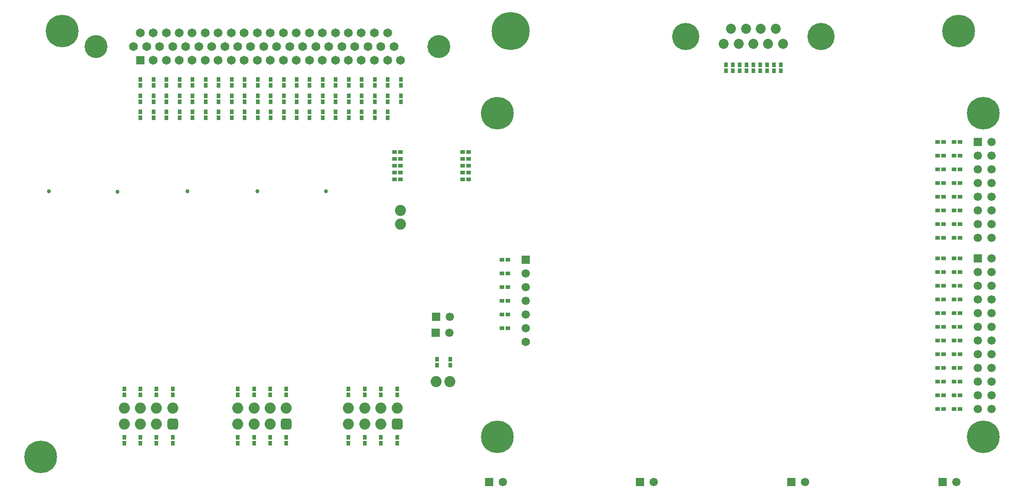
<source format=gbs>
%FSLAX25Y25*%
%MOIN*%
G70*
G01*
G75*
G04 Layer_Color=16711935*
%ADD10R,0.02756X0.03150*%
%ADD11R,0.11000X0.02900*%
%ADD12O,0.08661X0.02362*%
%ADD13R,0.03150X0.02756*%
%ADD14R,0.05906X0.02362*%
%ADD15R,0.05118X0.03150*%
%ADD16R,0.12598X0.07874*%
%ADD17O,0.06890X0.01181*%
%ADD18C,0.01181*%
%ADD19C,0.01000*%
%ADD20C,0.01800*%
%ADD21C,0.02000*%
%ADD22C,0.03000*%
%ADD23C,0.07874*%
G04:AMPARAMS|DCode=24|XSize=78.74mil|YSize=78.74mil|CornerRadius=19.69mil|HoleSize=0mil|Usage=FLASHONLY|Rotation=0.000|XOffset=0mil|YOffset=0mil|HoleType=Round|Shape=RoundedRectangle|*
%AMROUNDEDRECTD24*
21,1,0.07874,0.03937,0,0,0.0*
21,1,0.03937,0.07874,0,0,0.0*
1,1,0.03937,0.01969,-0.01969*
1,1,0.03937,-0.01969,-0.01969*
1,1,0.03937,-0.01969,0.01969*
1,1,0.03937,0.01969,0.01969*
%
%ADD24ROUNDEDRECTD24*%
%ADD25C,0.23622*%
%ADD26C,0.05906*%
%ADD27R,0.05906X0.05906*%
%ADD28R,0.05906X0.05906*%
%ADD29C,0.27559*%
%ADD30C,0.06299*%
%ADD31R,0.06299X0.06299*%
%ADD32C,0.16535*%
%ADD33C,0.19685*%
%ADD34C,0.07087*%
%ADD35C,0.06000*%
%ADD36C,0.02756*%
%ADD37C,0.02362*%
%ADD38C,0.03937*%
%ADD39C,0.01969*%
%ADD40C,0.04000*%
%ADD41C,0.04000*%
%ADD42C,0.00787*%
%ADD43C,0.07937*%
%ADD44C,0.15811*%
%ADD45C,0.08331*%
%ADD46C,0.16598*%
%ADD47C,0.07543*%
G04:AMPARAMS|DCode=48|XSize=95.433mil|YSize=95.433mil|CornerRadius=0mil|HoleSize=0mil|Usage=FLASHONLY|Rotation=0.000|XOffset=0mil|YOffset=0mil|HoleType=Round|Shape=Relief|Width=10mil|Gap=10mil|Entries=4|*
%AMTHD48*
7,0,0,0.09543,0.07543,0.01000,45*
%
%ADD48THD48*%
%ADD49C,0.16205*%
%ADD50C,0.17779*%
%ADD51C,0.08685*%
%ADD52C,0.16520*%
%ADD53C,0.07000*%
%ADD54C,0.05181*%
G04:AMPARAMS|DCode=55|XSize=71.811mil|YSize=71.811mil|CornerRadius=0mil|HoleSize=0mil|Usage=FLASHONLY|Rotation=0.000|XOffset=0mil|YOffset=0mil|HoleType=Round|Shape=Relief|Width=10mil|Gap=10mil|Entries=4|*
%AMTHD55*
7,0,0,0.07181,0.05181,0.01000,45*
%
%ADD55THD55*%
%ADD56C,0.05969*%
G04:AMPARAMS|DCode=57|XSize=79.685mil|YSize=79.685mil|CornerRadius=0mil|HoleSize=0mil|Usage=FLASHONLY|Rotation=0.000|XOffset=0mil|YOffset=0mil|HoleType=Round|Shape=Relief|Width=10mil|Gap=10mil|Entries=4|*
%AMTHD57*
7,0,0,0.07969,0.05969,0.01000,45*
%
%ADD57THD57*%
%ADD58C,0.01772*%
%ADD59C,0.00984*%
%ADD60C,0.02362*%
%ADD61C,0.01575*%
%ADD62C,0.00394*%
%ADD63C,0.00750*%
%ADD64C,0.00500*%
%ADD65R,0.05800X0.12500*%
%ADD66R,0.02956X0.03350*%
%ADD67R,0.11200X0.03100*%
%ADD68O,0.08861X0.02562*%
%ADD69R,0.03350X0.02956*%
%ADD70R,0.06106X0.02562*%
%ADD71R,0.05318X0.03350*%
%ADD72R,0.12798X0.08074*%
%ADD73O,0.07090X0.01381*%
%ADD74C,0.08074*%
G04:AMPARAMS|DCode=75|XSize=80.74mil|YSize=80.74mil|CornerRadius=20.69mil|HoleSize=0mil|Usage=FLASHONLY|Rotation=0.000|XOffset=0mil|YOffset=0mil|HoleType=Round|Shape=RoundedRectangle|*
%AMROUNDEDRECTD75*
21,1,0.08074,0.03937,0,0,0.0*
21,1,0.03937,0.08074,0,0,0.0*
1,1,0.04137,0.01969,-0.01969*
1,1,0.04137,-0.01969,-0.01969*
1,1,0.04137,-0.01969,0.01969*
1,1,0.04137,0.01969,0.01969*
%
%ADD75ROUNDEDRECTD75*%
%ADD76C,0.00200*%
%ADD77C,0.23822*%
%ADD78C,0.06106*%
%ADD79R,0.06106X0.06106*%
%ADD80R,0.06106X0.06106*%
%ADD81C,0.27759*%
%ADD82C,0.06499*%
%ADD83R,0.06499X0.06499*%
%ADD84C,0.16735*%
%ADD85C,0.19885*%
%ADD86C,0.07287*%
%ADD87C,0.06200*%
%ADD88C,0.02562*%
%ADD89R,0.00394X0.03543*%
%ADD90R,0.03543X0.00394*%
%ADD91C,0.02956*%
D66*
X298511Y71177D02*
D03*
Y66847D02*
D03*
X289062Y71177D02*
D03*
Y66847D02*
D03*
X224410Y49642D02*
D03*
Y45311D02*
D03*
Y9878D02*
D03*
Y14209D02*
D03*
X236221Y49642D02*
D03*
Y45311D02*
D03*
Y9878D02*
D03*
Y14209D02*
D03*
X248031Y49642D02*
D03*
Y45311D02*
D03*
Y9878D02*
D03*
Y14209D02*
D03*
X259842Y49642D02*
D03*
Y45311D02*
D03*
Y9878D02*
D03*
Y14209D02*
D03*
X143701Y49642D02*
D03*
Y45311D02*
D03*
Y9878D02*
D03*
Y14209D02*
D03*
X155512Y49642D02*
D03*
Y45311D02*
D03*
Y9878D02*
D03*
Y14209D02*
D03*
X167323Y49642D02*
D03*
Y45311D02*
D03*
Y9878D02*
D03*
Y14209D02*
D03*
X179134Y49642D02*
D03*
Y45311D02*
D03*
Y9878D02*
D03*
Y14209D02*
D03*
X60827Y49642D02*
D03*
Y45311D02*
D03*
Y9878D02*
D03*
Y14209D02*
D03*
X72638Y49642D02*
D03*
Y45311D02*
D03*
Y9878D02*
D03*
Y14209D02*
D03*
X84449Y49642D02*
D03*
Y45311D02*
D03*
Y9878D02*
D03*
Y14209D02*
D03*
X96260Y49642D02*
D03*
Y45311D02*
D03*
Y9878D02*
D03*
Y14209D02*
D03*
X72775Y263681D02*
D03*
Y259350D02*
D03*
Y275492D02*
D03*
Y271161D02*
D03*
X82263Y263681D02*
D03*
Y259350D02*
D03*
Y275492D02*
D03*
Y271161D02*
D03*
X91751Y263681D02*
D03*
Y259350D02*
D03*
Y275492D02*
D03*
Y271161D02*
D03*
X101239Y263681D02*
D03*
Y259350D02*
D03*
Y275492D02*
D03*
Y271161D02*
D03*
X110728Y263681D02*
D03*
Y259350D02*
D03*
Y275492D02*
D03*
Y271161D02*
D03*
X120216Y263681D02*
D03*
Y259350D02*
D03*
Y275492D02*
D03*
Y271161D02*
D03*
X129704Y263681D02*
D03*
Y259350D02*
D03*
Y275492D02*
D03*
Y271161D02*
D03*
X139192Y263681D02*
D03*
Y259350D02*
D03*
Y275492D02*
D03*
Y271161D02*
D03*
X148680Y263681D02*
D03*
Y259350D02*
D03*
Y275492D02*
D03*
Y271161D02*
D03*
X158168Y263681D02*
D03*
Y259350D02*
D03*
Y275492D02*
D03*
Y271161D02*
D03*
X167657Y263681D02*
D03*
Y259350D02*
D03*
Y275492D02*
D03*
Y271161D02*
D03*
X177145Y263681D02*
D03*
Y259350D02*
D03*
Y275492D02*
D03*
Y271161D02*
D03*
X186633Y263681D02*
D03*
Y259350D02*
D03*
Y275492D02*
D03*
Y271161D02*
D03*
X196121Y263681D02*
D03*
Y259350D02*
D03*
Y275492D02*
D03*
Y271161D02*
D03*
X205609Y263681D02*
D03*
Y259350D02*
D03*
Y275492D02*
D03*
Y271161D02*
D03*
X215098Y263681D02*
D03*
Y259350D02*
D03*
Y275492D02*
D03*
Y271161D02*
D03*
X224586Y263681D02*
D03*
Y259350D02*
D03*
Y275492D02*
D03*
Y271161D02*
D03*
X234074Y263681D02*
D03*
Y259350D02*
D03*
Y275492D02*
D03*
Y271161D02*
D03*
X243562Y263681D02*
D03*
Y259350D02*
D03*
Y275492D02*
D03*
Y271161D02*
D03*
X253050Y263681D02*
D03*
Y259350D02*
D03*
Y275492D02*
D03*
Y271161D02*
D03*
X262539Y263681D02*
D03*
Y259350D02*
D03*
Y275492D02*
D03*
Y271161D02*
D03*
X499751Y286409D02*
D03*
Y282079D02*
D03*
X504751Y286409D02*
D03*
Y282079D02*
D03*
X509751Y286409D02*
D03*
Y282079D02*
D03*
X514751Y286409D02*
D03*
Y282079D02*
D03*
X519751Y286409D02*
D03*
Y282079D02*
D03*
X524751Y286409D02*
D03*
Y282079D02*
D03*
X529751Y286409D02*
D03*
Y282079D02*
D03*
X534751Y286409D02*
D03*
Y282079D02*
D03*
X539751Y286409D02*
D03*
Y282079D02*
D03*
X72775Y247539D02*
D03*
Y251870D02*
D03*
X82263Y247539D02*
D03*
Y251870D02*
D03*
X91751Y247539D02*
D03*
Y251870D02*
D03*
X101239Y247539D02*
D03*
Y251870D02*
D03*
X110728Y247539D02*
D03*
Y251870D02*
D03*
X120216Y247539D02*
D03*
Y251870D02*
D03*
X129704Y247539D02*
D03*
Y251870D02*
D03*
X139192Y247539D02*
D03*
Y251870D02*
D03*
X148680Y247539D02*
D03*
Y251870D02*
D03*
X158168Y247539D02*
D03*
Y251870D02*
D03*
X167657Y247539D02*
D03*
Y251870D02*
D03*
X177145Y247539D02*
D03*
Y251870D02*
D03*
X186633Y247539D02*
D03*
Y251870D02*
D03*
X196121Y247539D02*
D03*
Y251870D02*
D03*
X205609Y247539D02*
D03*
Y251870D02*
D03*
X215098Y247539D02*
D03*
Y251870D02*
D03*
X224586Y247539D02*
D03*
Y251870D02*
D03*
X234074Y247539D02*
D03*
Y251870D02*
D03*
X243562Y247539D02*
D03*
Y251870D02*
D03*
X253050Y247539D02*
D03*
Y251870D02*
D03*
D69*
X658204Y45035D02*
D03*
X653873D02*
D03*
X658204Y55035D02*
D03*
X653873D02*
D03*
X658204Y65035D02*
D03*
X653873D02*
D03*
X658204Y75035D02*
D03*
X653873D02*
D03*
X658204Y85035D02*
D03*
X653873D02*
D03*
X658204Y95035D02*
D03*
X653873D02*
D03*
X658204Y105035D02*
D03*
X653873D02*
D03*
X658204Y115035D02*
D03*
X653873D02*
D03*
X658204Y125035D02*
D03*
X653873D02*
D03*
X658204Y135035D02*
D03*
X653873D02*
D03*
X670369Y125035D02*
D03*
X666039D02*
D03*
X670369Y135035D02*
D03*
X666039D02*
D03*
X670369Y85035D02*
D03*
X666039D02*
D03*
X670369Y95035D02*
D03*
X666039D02*
D03*
X670369Y45035D02*
D03*
X666039D02*
D03*
X670369Y55035D02*
D03*
X666039D02*
D03*
X307527Y202555D02*
D03*
X311858D02*
D03*
X307527Y212555D02*
D03*
X311858D02*
D03*
X307527Y217555D02*
D03*
X311858D02*
D03*
X307527Y222555D02*
D03*
X311858D02*
D03*
X658204Y160035D02*
D03*
X653873D02*
D03*
X658204Y170035D02*
D03*
X653873D02*
D03*
X658204Y180035D02*
D03*
X653873D02*
D03*
X658204Y190035D02*
D03*
X653873D02*
D03*
X658204Y200035D02*
D03*
X653873D02*
D03*
X658204Y210035D02*
D03*
X653873D02*
D03*
X658204Y220035D02*
D03*
X653873D02*
D03*
X658204Y230035D02*
D03*
X653873D02*
D03*
X653873Y35035D02*
D03*
X658204D02*
D03*
X666039D02*
D03*
X670369D02*
D03*
X666039Y75035D02*
D03*
X670369D02*
D03*
X666039Y115035D02*
D03*
X670369D02*
D03*
X666039Y65035D02*
D03*
X670369D02*
D03*
X666039Y105035D02*
D03*
X670369D02*
D03*
X653873Y145035D02*
D03*
X658204D02*
D03*
X666039D02*
D03*
X670369D02*
D03*
X666039Y160035D02*
D03*
X670369D02*
D03*
X666039Y170035D02*
D03*
X670369D02*
D03*
X666039Y180035D02*
D03*
X670369D02*
D03*
X666039Y190035D02*
D03*
X670369D02*
D03*
X666039Y200035D02*
D03*
X670369D02*
D03*
X666039Y210035D02*
D03*
X670369D02*
D03*
X666039Y220035D02*
D03*
X670369D02*
D03*
X666039Y230035D02*
D03*
X670369D02*
D03*
X336393Y94051D02*
D03*
X340724D02*
D03*
X336393Y104051D02*
D03*
X340724D02*
D03*
X336393Y114051D02*
D03*
X340724D02*
D03*
X336393Y124051D02*
D03*
X340724D02*
D03*
X336393Y134051D02*
D03*
X340724D02*
D03*
X336393Y144051D02*
D03*
X340724D02*
D03*
X258117Y202555D02*
D03*
X262448D02*
D03*
X258117Y212555D02*
D03*
X262448D02*
D03*
X258117Y217555D02*
D03*
X262448D02*
D03*
X311858Y207555D02*
D03*
X307527D02*
D03*
X258117D02*
D03*
X262448D02*
D03*
X258117Y222555D02*
D03*
X262448D02*
D03*
D74*
X84449Y23854D02*
D03*
X72638D02*
D03*
X60827D02*
D03*
Y35654D02*
D03*
X72638D02*
D03*
X96260D02*
D03*
X84449D02*
D03*
X167323Y23854D02*
D03*
X155512D02*
D03*
X143701D02*
D03*
Y35654D02*
D03*
X155512D02*
D03*
X179134D02*
D03*
X167323D02*
D03*
X248031Y23854D02*
D03*
X236221D02*
D03*
X224410D02*
D03*
Y35654D02*
D03*
X236221D02*
D03*
X259842D02*
D03*
X248031D02*
D03*
X298440Y55075D02*
D03*
X288440D02*
D03*
X262318Y169953D02*
D03*
Y179953D02*
D03*
D75*
X96260Y23854D02*
D03*
X179134D02*
D03*
X259842D02*
D03*
D76*
X87756Y-9646D02*
D03*
X69331D02*
D03*
X170630D02*
D03*
X152205D02*
D03*
X251339D02*
D03*
X232913D02*
D03*
D77*
X332889Y14720D02*
D03*
X687220Y250941D02*
D03*
X332889D02*
D03*
X687220Y14720D02*
D03*
X0Y0D02*
D03*
X669291Y311024D02*
D03*
X15748Y311024D02*
D03*
D78*
X693204Y160035D02*
D03*
X683204D02*
D03*
X693204Y170035D02*
D03*
X683204D02*
D03*
X693204Y180035D02*
D03*
X683204D02*
D03*
X693204Y190035D02*
D03*
X683204D02*
D03*
X693204Y200035D02*
D03*
X683204D02*
D03*
X693204Y210035D02*
D03*
X683204D02*
D03*
X693204Y220035D02*
D03*
X683204D02*
D03*
X693204Y230035D02*
D03*
Y135035D02*
D03*
Y115035D02*
D03*
Y145035D02*
D03*
Y105035D02*
D03*
Y125035D02*
D03*
Y75035D02*
D03*
Y85035D02*
D03*
Y65035D02*
D03*
Y45035D02*
D03*
Y55035D02*
D03*
Y35035D02*
D03*
X683204Y135035D02*
D03*
X693204Y95035D02*
D03*
X683204Y125035D02*
D03*
Y115035D02*
D03*
Y105035D02*
D03*
Y85035D02*
D03*
Y95035D02*
D03*
Y55035D02*
D03*
Y65035D02*
D03*
Y75035D02*
D03*
Y35035D02*
D03*
Y45035D02*
D03*
X353558Y94051D02*
D03*
Y104051D02*
D03*
Y114051D02*
D03*
Y124051D02*
D03*
Y134051D02*
D03*
X298224Y102417D02*
D03*
X298125Y90508D02*
D03*
X447141Y-18350D02*
D03*
X336905Y-18350D02*
D03*
X557377Y-18350D02*
D03*
X667613D02*
D03*
D79*
X683204Y230035D02*
D03*
Y145035D02*
D03*
X353558Y144051D02*
D03*
D80*
X288224Y102417D02*
D03*
X288125Y90508D02*
D03*
X437141Y-18350D02*
D03*
X326905Y-18350D02*
D03*
X547377Y-18350D02*
D03*
X657613D02*
D03*
D81*
X342520Y311024D02*
D03*
D82*
X86716Y299630D02*
D03*
X77228D02*
D03*
X96204D02*
D03*
X105692D02*
D03*
X115180D02*
D03*
X124669D02*
D03*
X134157D02*
D03*
X143645D02*
D03*
X153133D02*
D03*
X162621D02*
D03*
X172109D02*
D03*
X181598D02*
D03*
X191086D02*
D03*
X200574D02*
D03*
X210062D02*
D03*
X219550D02*
D03*
X229039D02*
D03*
X238527D02*
D03*
X248133D02*
D03*
X257621D02*
D03*
X252897Y309630D02*
D03*
X243409D02*
D03*
X233802D02*
D03*
X224314D02*
D03*
X214826D02*
D03*
X205338D02*
D03*
X195850D02*
D03*
X186361D02*
D03*
X176873D02*
D03*
X167385D02*
D03*
X157897D02*
D03*
X148409D02*
D03*
X138920D02*
D03*
X129432D02*
D03*
X119944D02*
D03*
X110456D02*
D03*
X100968D02*
D03*
X91479D02*
D03*
X72503D02*
D03*
X81991D02*
D03*
X67739Y299630D02*
D03*
X81991Y289630D02*
D03*
X91479D02*
D03*
X100968D02*
D03*
X110456D02*
D03*
X119944D02*
D03*
X129432D02*
D03*
X138920D02*
D03*
X148409D02*
D03*
X157897D02*
D03*
X167385D02*
D03*
X176873D02*
D03*
X186361D02*
D03*
X195850D02*
D03*
X205338D02*
D03*
X214826D02*
D03*
X224314D02*
D03*
X233802D02*
D03*
X243409D02*
D03*
X252897D02*
D03*
X262385D02*
D03*
D83*
X72503D02*
D03*
D84*
X290220Y299630D02*
D03*
X40220D02*
D03*
D85*
X568858Y307063D02*
D03*
X470458D02*
D03*
D86*
X498058Y301463D02*
D03*
X508858D02*
D03*
X519658D02*
D03*
X530458D02*
D03*
X541258D02*
D03*
X503458Y312663D02*
D03*
X514258D02*
D03*
X525058D02*
D03*
X535858D02*
D03*
D87*
X353558Y84051D02*
D03*
D89*
X656039Y45035D02*
D03*
Y55035D02*
D03*
Y65035D02*
D03*
Y75035D02*
D03*
Y85035D02*
D03*
Y95035D02*
D03*
Y105035D02*
D03*
Y115035D02*
D03*
Y125035D02*
D03*
Y135035D02*
D03*
X668204Y125035D02*
D03*
Y135035D02*
D03*
Y85035D02*
D03*
Y95035D02*
D03*
Y45035D02*
D03*
Y55035D02*
D03*
X309692Y202555D02*
D03*
Y212555D02*
D03*
Y217555D02*
D03*
Y222555D02*
D03*
X656039Y160035D02*
D03*
Y170035D02*
D03*
Y180035D02*
D03*
Y190035D02*
D03*
Y200035D02*
D03*
Y210035D02*
D03*
Y220035D02*
D03*
Y230035D02*
D03*
X656039Y35035D02*
D03*
X668204D02*
D03*
Y75035D02*
D03*
Y115035D02*
D03*
Y65035D02*
D03*
Y105035D02*
D03*
X656039Y145035D02*
D03*
X668204D02*
D03*
Y160035D02*
D03*
Y170035D02*
D03*
Y180035D02*
D03*
Y190035D02*
D03*
Y200035D02*
D03*
Y210035D02*
D03*
Y220035D02*
D03*
Y230035D02*
D03*
X338558Y94051D02*
D03*
Y104051D02*
D03*
Y114051D02*
D03*
Y124051D02*
D03*
Y134051D02*
D03*
Y144051D02*
D03*
X260283Y202555D02*
D03*
Y212555D02*
D03*
Y217555D02*
D03*
X309692Y207555D02*
D03*
X260283D02*
D03*
Y222555D02*
D03*
D90*
X298511Y69012D02*
D03*
X289062D02*
D03*
X224410Y47476D02*
D03*
X224409Y12043D02*
D03*
X236221Y47476D02*
D03*
X236220Y12043D02*
D03*
X248031Y47477D02*
D03*
Y12043D02*
D03*
X259842Y47477D02*
D03*
Y12043D02*
D03*
X143701Y47477D02*
D03*
Y12043D02*
D03*
X155512Y47477D02*
D03*
Y12043D02*
D03*
X167323Y47476D02*
D03*
X167323Y12043D02*
D03*
X179134Y47476D02*
D03*
X179134Y12043D02*
D03*
X60827Y47476D02*
D03*
X60827Y12043D02*
D03*
X72638Y47476D02*
D03*
X72638Y12043D02*
D03*
X84449Y47477D02*
D03*
Y12043D02*
D03*
X96260Y47477D02*
D03*
Y12043D02*
D03*
X72775Y261516D02*
D03*
Y273327D02*
D03*
X82263Y261516D02*
D03*
Y273327D02*
D03*
X91751Y261516D02*
D03*
Y273327D02*
D03*
X101239Y261516D02*
D03*
Y273327D02*
D03*
X110728Y261516D02*
D03*
Y273327D02*
D03*
X120216Y261516D02*
D03*
Y273327D02*
D03*
X129704Y261516D02*
D03*
Y273327D02*
D03*
X139192Y261516D02*
D03*
Y273327D02*
D03*
X148680Y261516D02*
D03*
Y273327D02*
D03*
X158168Y261516D02*
D03*
Y273327D02*
D03*
X167657Y261516D02*
D03*
Y273327D02*
D03*
X177145Y261516D02*
D03*
Y273327D02*
D03*
X186633Y261516D02*
D03*
Y273327D02*
D03*
X196121Y261516D02*
D03*
Y273327D02*
D03*
X205609Y261516D02*
D03*
Y273327D02*
D03*
X215098Y261516D02*
D03*
Y273327D02*
D03*
X224586Y261516D02*
D03*
Y273327D02*
D03*
X234074Y261516D02*
D03*
Y273327D02*
D03*
X243562Y261516D02*
D03*
Y273327D02*
D03*
X253050Y261516D02*
D03*
Y273327D02*
D03*
X262539Y261516D02*
D03*
Y273327D02*
D03*
X499751Y284244D02*
D03*
X504751D02*
D03*
X509751D02*
D03*
X514751D02*
D03*
X519751D02*
D03*
X524751D02*
D03*
X529751D02*
D03*
X534751D02*
D03*
X539751D02*
D03*
X72775Y249705D02*
D03*
X82263D02*
D03*
X91751D02*
D03*
X101239D02*
D03*
X110727D02*
D03*
X120216D02*
D03*
X129704D02*
D03*
X139192D02*
D03*
X148680D02*
D03*
X158168D02*
D03*
X167657D02*
D03*
X177145D02*
D03*
X186633D02*
D03*
X196121D02*
D03*
X205609D02*
D03*
X215097D02*
D03*
X224586D02*
D03*
X234074D02*
D03*
X243562D02*
D03*
X253050D02*
D03*
D91*
X208071Y194095D02*
D03*
X158071D02*
D03*
X106890D02*
D03*
X56102Y193701D02*
D03*
X6102Y194095D02*
D03*
M02*

</source>
